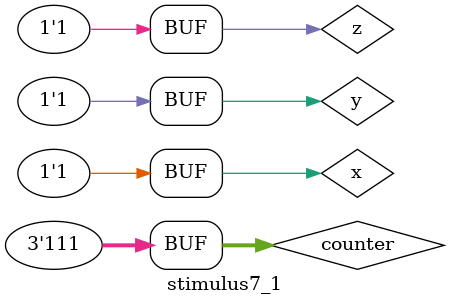
<source format=v>
module sub_full(x,y,z,D,B);
  
  input x,y,z;
  output D,B;
  
  assign D = ((~x)&(~y)&(z))|((~x)&y&(~z))|((x)&(~y)&(~z))|(x&y&z);
  assign B = ((~x)&y)|((~x)&(z))|(y&z);
  
endmodule

module stimulus7_1;
  
  reg x,y,z;
  reg [2:0] counter; 
  
  sub_full sf(x,y,z,D,B);
  
  initial
  begin
    counter = 1'd0;
    x <= 1'b0;
    y <= 1'b0;
    z <= 1'b0;
    
    #5 z = 1'b1;
    counter = counter+1;
    
    #5 y <= 1'b1;
       z <= 1'b0;
    counter = counter+1;
    
    #5 z = 1'b1;
    counter = counter+1;
    
    #5 x <= 1'b1;
       y <= 1'b0;
       z <= 1'b0;
    counter = counter+1;
    
    #5 x <= 1'b1;
       y <= 1'b0;
       z <= 1'b1;
    counter = counter+1;
    
    #5 x <= 1'b1;
       y <= 1'b1;
       z <= 1'b0;
    counter = counter+1;
    
    #5 x <= 1'b1;
       y <= 1'b1;
       z <= 1'b1;
    counter = counter+1;
    
    //#20 $finish;
  end
  
  always@(x,y,z)
   begin
  $display("x = %b;y = %b;z = %b;B = %b;D = %b",x,y,z,B,D);
  
  end
endmodule
</source>
